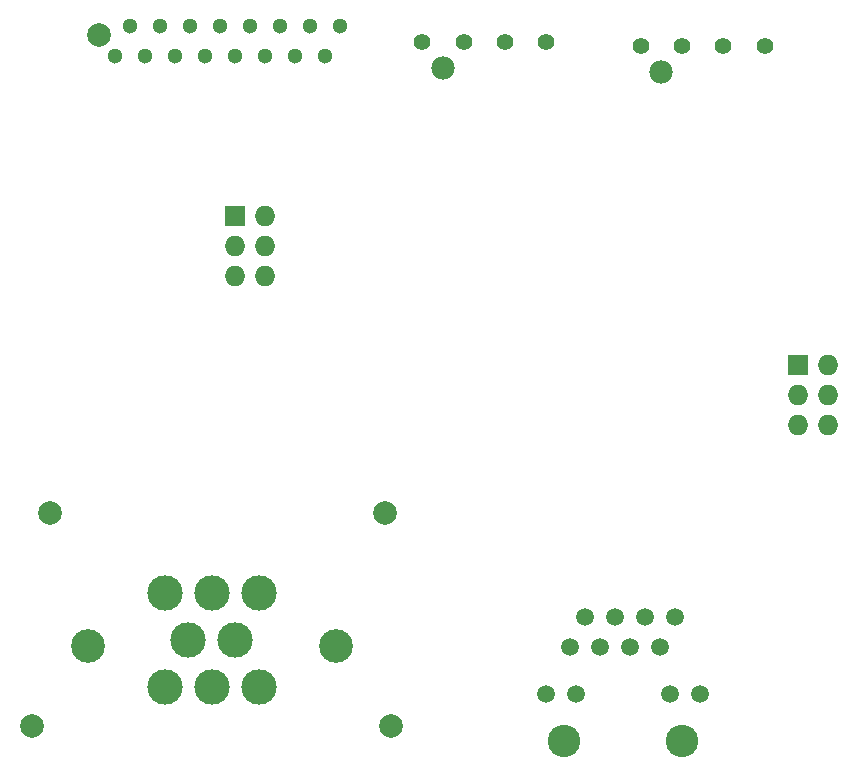
<source format=gbr>
G04 #@! TF.FileFunction,Soldermask,Bot*
%FSLAX46Y46*%
G04 Gerber Fmt 4.6, Leading zero omitted, Abs format (unit mm)*
G04 Created by KiCad (PCBNEW 4.0.7-e2-6376~58~ubuntu16.04.1) date Tue May  1 21:05:29 2018*
%MOMM*%
%LPD*%
G01*
G04 APERTURE LIST*
%ADD10C,0.100000*%
%ADD11R,1.727200X1.727200*%
%ADD12O,1.727200X1.727200*%
%ADD13C,2.850000*%
%ADD14C,2.000000*%
%ADD15C,3.000000*%
%ADD16C,1.397000*%
%ADD17C,1.981000*%
%ADD18C,1.300000*%
%ADD19C,1.500000*%
%ADD20C,2.750000*%
G04 APERTURE END LIST*
D10*
D11*
X61036200Y-102806500D03*
D12*
X63576200Y-102806500D03*
X61036200Y-105346500D03*
X63576200Y-105346500D03*
X61036200Y-107886500D03*
X63576200Y-107886500D03*
D13*
X69596000Y-139255500D03*
D14*
X74296000Y-146055500D03*
X43896000Y-146055500D03*
X73796000Y-127955500D03*
X45396000Y-127955500D03*
D15*
X59096000Y-142755500D03*
X63096000Y-142755500D03*
X61096000Y-138755500D03*
X63096000Y-134755500D03*
X59096000Y-134755500D03*
X55096000Y-142755500D03*
X57096000Y-138755500D03*
X55096000Y-134755500D03*
D13*
X48596000Y-139255500D03*
D16*
X98912800Y-88442800D03*
X95412800Y-88442800D03*
D17*
X97162800Y-90672800D03*
D16*
X102412800Y-88442800D03*
X105912800Y-88442800D03*
X80416400Y-88087200D03*
X76916400Y-88087200D03*
D17*
X78666400Y-90317200D03*
D16*
X83916400Y-88087200D03*
X87416400Y-88087200D03*
D18*
X56007000Y-89281000D03*
X53467000Y-89281000D03*
X50927000Y-89281000D03*
X58547000Y-89281000D03*
X52197000Y-86741000D03*
X54737000Y-86741000D03*
X57277000Y-86741000D03*
X59817000Y-86741000D03*
X61087000Y-89281000D03*
X62357000Y-86741000D03*
X63627000Y-89281000D03*
X64897000Y-86741000D03*
X66167000Y-89281000D03*
X67437000Y-86741000D03*
X68707000Y-89281000D03*
X69977000Y-86741000D03*
D14*
X49527000Y-87481000D03*
D11*
X108712000Y-115443000D03*
D12*
X111252000Y-115443000D03*
X108712000Y-117983000D03*
X111252000Y-117983000D03*
X108712000Y-120523000D03*
X111252000Y-120523000D03*
D19*
X87376000Y-143319000D03*
X89916000Y-143319000D03*
X100436000Y-143319000D03*
X97896000Y-143319000D03*
X89466000Y-139319000D03*
X92006000Y-139319000D03*
X94546000Y-139319000D03*
X97086000Y-139319000D03*
X90736000Y-136779000D03*
X93276000Y-136779000D03*
X95816000Y-136779000D03*
X98356000Y-136779000D03*
D20*
X88906000Y-147319000D03*
X98906000Y-147319000D03*
M02*

</source>
